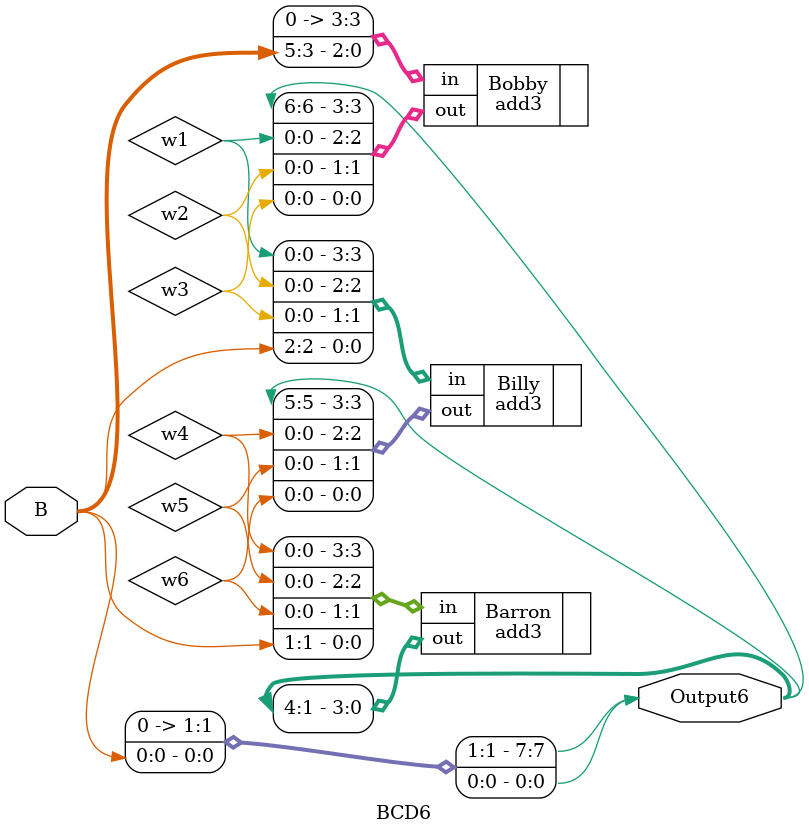
<source format=sv>
`timescale 1ns / 1ps

module BCD6 (
input [5:0] B, 
output reg [7:0] Output6
);

wire w1, w2, w3, w4, w5, w6;

assign Output6[7] = 0; 
assign Output6[0] = B[0];

add3 Bobby(
.in({1'b0, B[5:3]}), 
.out({Output6[6], w1, w2, w3}) 
);
add3 Billy(
.in({w1, w2, w3, B[2]}), 
.out({Output6[5], w4, w5, w6})
);
add3 Barron(
.in({w4, w5, w6, B[1]}),
.out({Output6[4], Output6[3], Output6[2], Output6[1]})
);

endmodule //BCD 6


</source>
